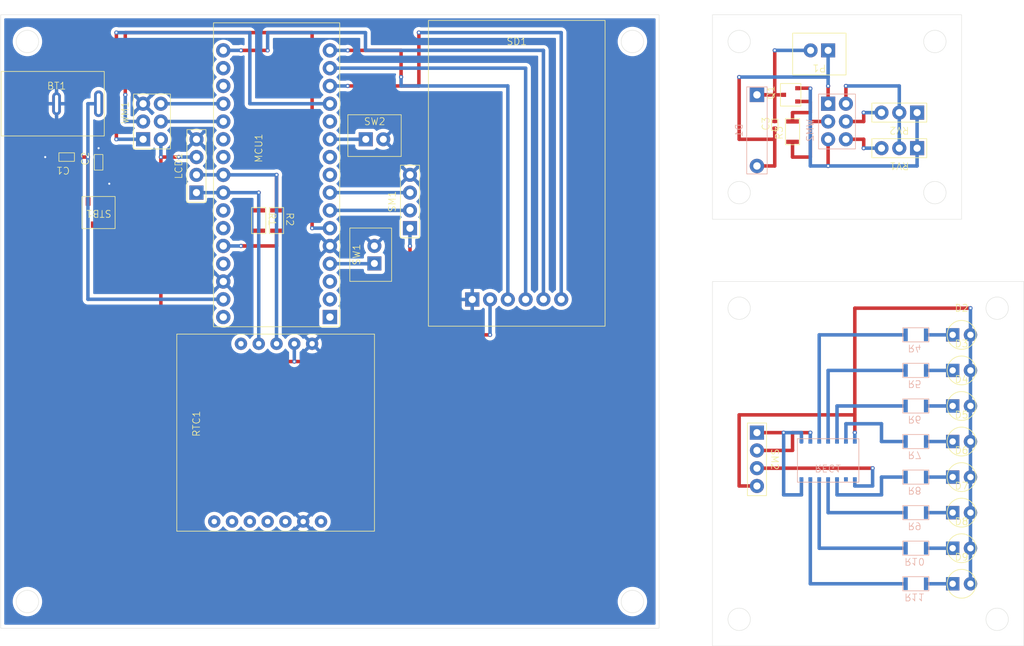
<source format=kicad_pcb>
(kicad_pcb (version 20241229) (generator "pcbnew") (generator_version "9.0")
  (layers (0 "F.Cu" signal) (2 "B.Cu" signal) (13 "F.Paste" user) (15 "B.Paste" user) (5 "F.SilkS" user "F.Silkscreen") (7 "B.SilkS" user "B.Silkscreen") (1 "F.Mask" user) (3 "B.Mask" user) (25 "Edge.Cuts" user))
  (net 0 "")
  (net 1 "GND")
  (net 2 "Net-(BT1-+)")
  (net 3 "Vs5v")
  (net 4 "Net-(C3-VCC)")
  (net 5 "Net-(D1-A)")
  (net 6 "Net-(D2-PadVin)")
  (net 7 "Net-(D3-PadVin)")
  (net 8 "Net-(D4-PadVin)")
  (net 9 "Net-(D5-PadVin)")
  (net 10 "Net-(D6-PadVin)")
  (net 11 "Net-(D7-PadVin)")
  (net 12 "Net-(D8-PadVin)")
  (net 13 "Net-(D9-PadVin)")
  (net 14 "/Motherboard/scl")
  (net 15 "/Motherboard/sda")
  (net 17 "Net-(MCU1D-PWD{slash}CS)")
  (net 19 "Net-(MCU1D-SCK)")
  (net 22 "Net-(MCU1-PadD2)")
  (net 23 "Net-(MCU1C-PWD)")
  (net 24 "Va5v")
  (net 28 "Net-(MCU1D-MISO)")
  (net 29 "Net-(MCU1D-PWD{slash}MOSI)")
  (net 30 "Net-(MCU1B-PWD)")
  (net 32 "Net-(MCU1-PadA1)")
  (net 37 "Net-(MCU1-PadA0)")
  (net 39 "Net-(Q1-PadB)")
  (net 40 "GND1")
  (net 41 "Net-(R3-Pad1)")
  (net 42 "Net-(R4-Pad1)")
  (net 43 "Net-(R5-Pad1)")
  (net 44 "Net-(R6-Pad1)")
  (net 45 "Net-(R7-Pad1)")
  (net 46 "Net-(R8-Pad1)")
  (net 47 "Net-(R9-Pad1)")
  (net 48 "Net-(R10-Pad1)")
  (net 49 "Net-(R11-Pad1)")
  (net 53 "Net-(RV1-PadA)")
  (net 54 "Net-(RV1-VCC)")
  (net 55 "Net-(RV2-PadA)")
  (net 56 "Net-(SW2-2)")
  (net 57 "Net-(SW1-2)")
  (net 58 "Net-(SM2-SER)")
  (net 59 "Net-(SM2-GND)")
  (net 60 "Net-(SM1-CLK)")
  (net 61 "Net-(SM2-Vin)")
  (net 62 "Net-(SM2-CLK)")
  (footprint "AutoWater:PLS-2x3" (layer "F.Cu") (at 45.7 43.18 90)
    (property "Reference" "WM1" (at 3.81 -2.54 90) (layer "F.SilkS") (effects (font (thickness 0.1))))
    (property "Value" "~")
    (fp_rect (start -1.38 -1.34) (end 6.46 3.92) (stroke (width 0.1)) (fill no) (layer "F.SilkS"))
    (pad "GND" thru_hole circle (at 5.08 0.02 90) (size 2.02 2.02) (drill 1.02) (layers "*.Cu" "*.Mask") (net 1 "GND"))
    (pad "P" thru_hole circle (at 2.54 0.02 90) (size 2.02 2.02) (drill 1.02) (layers "*.Cu" "*.Mask") (net 22 "Net-(MCU1-PadD2)"))
    (pad "S0" thru_hole circle (at 5.08 2.56 90) (size 2.02 2.02) (drill 1.02) (layers "*.Cu" "*.Mask") (net 37 "Net-(MCU1-PadA0)"))
    (pad "S1" thru_hole circle (at 2.54 2.56 90) (size 2.02 2.02) (drill 1.02) (layers "*.Cu" "*.Mask") (net 32 "Net-(MCU1-PadA1)"))
    (pad "Vp" thru_hole rect (at 0 0.02 90) (size 2.02 2.02) (drill 1.02) (layers "*.Cu" "*.Mask") (net 30 "Net-(MCU1B-PWD)"))
    (pad "Vs" thru_hole circle (at 0 2.56 90) (size 2.02 2.02) (drill 1.02) (layers "*.Cu" "*.Mask") (net 3 "Vs5v"))
  )
  (footprint "AutoWater:MicroSD module" (layer "F.Cu") (at 92.71 66.04)
    (property "Reference" "SD1" (at 6.35 -36.83 0) (layer "F.SilkS") (effects (font (thickness 0.1))))
    (property "Value" "~")
    (fp_rect (start -6.26 -39.84) (end 18.96 3.84) (stroke (width 0.1)) (fill no) (layer "F.SilkS"))
    (pad "CS" thru_hole circle (at 12.7 0) (size 2.02 2.02) (drill 1.02) (layers "*.Cu" "*.Mask") (net 17 "Net-(MCU1D-PWD{slash}CS)"))
    (pad "GND" thru_hole rect (at 0 0.02) (size 2.02 2.02) (drill 1.02) (layers "*.Cu" "*.Mask") (net 1 "GND"))
    (pad "MISO" thru_hole circle (at 5.08 0.02) (size 2.02 2.02) (drill 1.02) (layers "*.Cu" "*.Mask") (net 28 "Net-(MCU1D-MISO)"))
    (pad "MOSI" thru_hole circle (at 7.62 0.02) (size 2.02 2.02) (drill 1.02) (layers "*.Cu" "*.Mask") (net 29 "Net-(MCU1D-PWD{slash}MOSI)"))
    (pad "SCK" thru_hole circle (at 10.16 0) (size 2.02 2.02) (drill 1.02) (layers "*.Cu" "*.Mask") (net 19 "Net-(MCU1D-SCK)"))
    (pad "Vin" thru_hole circle (at 2.54 0.02) (size 2.02 2.02) (drill 1.02) (layers "*.Cu" "*.Mask") (net 3 "Vs5v"))
  )
  (footprint "AutoWater:PLS-3" (layer "F.Cu") (at 156.21 39.37 180)
    (property "Reference" "RV2" (at 2.54 -2.54 180) (layer "F.SilkS") (effects (font (thickness 0.1))))
    (property "Value" "~")
    (fp_rect (start -1.38 -1.36) (end 6.46 1.36) (stroke (width 0.1)) (fill no) (layer "F.SilkS"))
    (pad "A" thru_hole circle (at 5.08 0 180) (size 2.02 2.02) (drill 1.02) (layers "*.Cu" "*.Mask") (net 55 "Net-(RV2-PadA)"))
    (pad "GND" thru_hole rect (at 0 0 180) (size 2.02 2.02) (drill 1.02) (layers "*.Cu" "*.Mask") (net 40 "GND1"))
    (pad "Vin" thru_hole circle (at 2.54 0 180) (size 2.02 2.02) (drill 1.02) (layers "*.Cu" "*.Mask") (net 54 "Net-(RV1-VCC)"))
  )
  (footprint "AutoWater:Resistor Yageo SMD 1206" (layer "F.Cu") (at 64.77 53.34 -90)
    (property "Reference" "R2" (at 1.27 -1.905 270) (layer "F.SilkS") (effects (font (thickness 0.1))))
    (property "Value" "2.2K")
    (fp_rect (start -0.41 -1.01) (end 3.31 1.01) (stroke (width 0.1)) (fill no) (layer "F.SilkS"))
    (pad "1" smd rect (at 0 0 270) (size 0.6 1.8) (layers "F.Cu" "F.Mask" "F.Paste") (net 15 "/Motherboard/sda"))
    (pad "2" smd rect (at 2.9 0 270) (size 0.6 1.8) (layers "F.Cu" "F.Mask" "F.Paste") (net 24 "Va5v"))
  )
  (footprint "AutoWater:LED 3mm" (layer "F.Cu") (at 161.29 91.44)
    (property "Reference" "D6" (at 1.27 -3.81 0) (layer "F.SilkS") (effects (font (thickness 0.1))))
    (property "Value" "yellow")
    (fp_circle (center 1.27 0) (end 3.33 0) (stroke (width 0.1)) (fill no) (layer "F.SilkS"))
    (pad "GND" thru_hole circle (at 2.54 0) (size 1.91 1.91) (drill 0.91) (layers "*.Cu" "*.Mask") (net 59 "Net-(SM2-GND)"))
    (pad "Vin" thru_hole rect (at 0 0) (size 1.91 1.91) (drill 0.91) (layers "*.Cu" "*.Mask") (net 10 "Net-(D6-PadVin)"))
  )
  (footprint "AutoWater:PLS-4" (layer "F.Cu") (at 133.35 85.09 -90)
    (property "Reference" "SM2" (at 3.81 -2.54 270) (layer "F.SilkS") (effects (font (thickness 0.1))))
    (property "Value" "~")
    (fp_rect (start -1.38 -1.36) (end 9 1.36) (stroke (width 0.1)) (fill no) (layer "F.SilkS"))
    (pad "1" thru_hole rect (at 0 0 270) (size 2.02 2.02) (drill 1.02) (layers "*.Cu" "*.Mask") (net 61 "Net-(SM2-Vin)"))
    (pad "2" thru_hole circle (at 2.54 0 270) (size 2.02 2.02) (drill 1.02) (layers "*.Cu" "*.Mask") (net 58 "Net-(SM2-SER)"))
    (pad "3" thru_hole circle (at 5.08 0 270) (size 2.02 2.02) (drill 1.02) (layers "*.Cu" "*.Mask") (net 62 "Net-(SM2-CLK)"))
    (pad "4" thru_hole circle (at 7.62 0 270) (size 2.02 2.02) (drill 1.02) (layers "*.Cu" "*.Mask") (net 59 "Net-(SM2-GND)"))
  )
  (footprint "AutoWater:LED 3mm" (layer "F.Cu") (at 161.29 81.28)
    (property "Reference" "D4" (at 1.27 -3.81 0) (layer "F.SilkS") (effects (font (thickness 0.1))))
    (property "Value" "red")
    (fp_circle (center 1.27 0) (end 3.33 0) (stroke (width 0.1)) (fill no) (layer "F.SilkS"))
    (pad "GND" thru_hole circle (at 2.54 0) (size 1.91 1.91) (drill 0.91) (layers "*.Cu" "*.Mask") (net 59 "Net-(SM2-GND)"))
    (pad "Vin" thru_hole rect (at 0 0) (size 1.91 1.91) (drill 0.91) (layers "*.Cu" "*.Mask") (net 8 "Net-(D4-PadVin)"))
  )
  (footprint "AutoWater:NPN transistor BC817-25" (layer "F.Cu") (at 139.16 37.78 90)
    (property "Reference" "Q1" (at 1.27 -3.81 90) (layer "F.SilkS") (effects (font (thickness 0.1))))
    (property "Value" "BC817-25")
    (fp_rect (start -0.66 -2.46) (end 2.56 0.46) (stroke (width 0.1)) (fill no) (layer "F.SilkS"))
    (pad "B" smd rect (at 0 0 90) (size 0.6 0.7) (layers "F.Cu" "F.Mask" "F.Paste") (net 39 "Net-(Q1-PadB)"))
    (pad "C" smd rect (at 0.95 -2 90) (size 0.6 0.7) (layers "F.Cu" "F.Mask" "F.Paste") (net 5 "Net-(D1-A)"))
    (pad "E" smd rect (at 1.9 0 90) (size 0.6 0.7) (layers "F.Cu" "F.Mask" "F.Paste") (net 40 "GND1"))
  )
  (footprint "AutoWater:Connector B2B-XH-A" (layer "F.Cu") (at 143.51 30.48 180)
    (property "Reference" "P1" (at 1.27 -2.54 180) (layer "F.SilkS") (effects (font (thickness 0.1))))
    (property "Value" "Pump")
    (fp_rect (start -2.56 2.46) (end 5.06 -3.51) (stroke (width 0.1)) (fill no) (layer "F.SilkS"))
    (pad "GND" thru_hole circle (at 2.5 0 180) (size 2 2) (drill 1) (layers "*.Cu" "*.Mask") (net 5 "Net-(D1-A)"))
    (pad "Vin" thru_hole rect (at 0 0 180) (size 2 2) (drill 1) (layers "*.Cu" "*.Mask") (net 4 "Net-(C3-VCC)"))
  )
  (footprint "AutoWater:LED 3mm" (layer "F.Cu") (at 161.29 96.52)
    (property "Reference" "D7" (at 1.27 -3.81 0) (layer "F.SilkS") (effects (font (thickness 0.1))))
    (property "Value" "red")
    (fp_circle (center 1.27 0) (end 3.33 0) (stroke (width 0.1)) (fill no) (layer "F.SilkS"))
    (pad "GND" thru_hole circle (at 2.54 0) (size 1.91 1.91) (drill 0.91) (layers "*.Cu" "*.Mask") (net 59 "Net-(SM2-GND)"))
    (pad "Vin" thru_hole rect (at 0 0) (size 1.91 1.91) (drill 0.91) (layers "*.Cu" "*.Mask") (net 11 "Net-(D7-PadVin)"))
  )
  (footprint "AutoWater:LED 3mm" (layer "F.Cu") (at 161.29 86.36)
    (property "Reference" "D5" (at 1.27 -3.81 0) (layer "F.SilkS") (effects (font (thickness 0.1))))
    (property "Value" "yellow")
    (fp_circle (center 1.27 0) (end 3.33 0) (stroke (width 0.1)) (fill no) (layer "F.SilkS"))
    (pad "GND" thru_hole circle (at 2.54 0) (size 1.91 1.91) (drill 0.91) (layers "*.Cu" "*.Mask") (net 59 "Net-(SM2-GND)"))
    (pad "Vin" thru_hole rect (at 0 0) (size 1.91 1.91) (drill 0.91) (layers "*.Cu" "*.Mask") (net 9 "Net-(D5-PadVin)"))
  )
  (footprint "AutoWater:PLS-4" (layer "F.Cu") (at 53.34 50.8 90)
    (property "Reference" "LCD1" (at 3.81 -2.54 90) (layer "F.SilkS") (effects (font (thickness 0.1))))
    (property "Value" "LCD I2C module")
    (fp_rect (start -1.38 -1.36) (end 9 1.36) (stroke (width 0.1)) (fill no) (layer "F.SilkS"))
    (pad "1" thru_hole rect (at 0 0 90) (size 2.02 2.02) (drill 1.02) (layers "*.Cu" "*.Mask") (net 14 "/Motherboard/scl"))
    (pad "2" thru_hole circle (at 2.54 0 90) (size 2.02 2.02) (drill 1.02) (layers "*.Cu" "*.Mask") (net 15 "/Motherboard/sda"))
    (pad "3" thru_hole circle (at 5.08 0 90) (size 2.02 2.02) (drill 1.02) (layers "*.Cu" "*.Mask") (net 3 "Vs5v"))
    (pad "4" thru_hole circle (at 7.62 0 90) (size 2.02 2.02) (drill 1.02) (layers "*.Cu" "*.Mask") (net 1 "GND"))
  )
  (footprint "AutoWater:Connector B2B-XH-A" (layer "F.Cu") (at 77.51 43.18)
    (property "Reference" "SW2" (at 1.27 -2.54 0) (layer "F.SilkS") (effects (font (thickness 0.1))))
    (property "Value" "Button")
    (fp_rect (start -2.56 2.46) (end 5.06 -3.51) (stroke (width 0.1)) (fill no) (layer "F.SilkS"))
    (pad "GND" thru_hole circle (at 2.5 0) (size 2 2) (drill 1) (layers "*.Cu" "*.Mask") (net 1 "GND"))
    (pad "Vin" thru_hole rect (at 0 0) (size 2 2) (drill 1) (layers "*.Cu" "*.Mask") (net 56 "Net-(SW2-2)"))
  )
  (footprint "AutoWater:Capacitor Murata SMD 0603" (layer "F.Cu") (at 35.56 45.72 180)
    (property "Reference" "C1" (at 1.27 -1.905 180) (layer "F.SilkS") (effects (font (thickness 0.1))))
    (property "Value" "10 mkF")
    (fp_rect (start -0.36 -0.61) (end 1.86 0.61) (stroke (width 0.1)) (fill no) (layer "F.SilkS"))
    (pad "GND" smd rect (at 1.5 0 180) (size 0.5 1) (layers "F.Cu" "F.Mask" "F.Paste") (net 1 "GND"))
    (pad "Vin" smd roundrect (at 0 0 180) (size 0.5 1) (layers "F.Cu" "F.Mask" "F.Paste") (roundrect_rratio 0) (chamfer_ratio 0.2) (chamfer top_right bottom_right) (net 2 "Net-(BT1-+)"))
  )
  (footprint "AutoWater:Stabilizer 5V AMS1117-5.0S SMD" (layer "F.Cu") (at 40.87 52.07 180)
    (property "Reference" "STB1" (at 1.5 -1.725 180) (layer "F.SilkS") (effects (font (thickness 0.1))))
    (property "Value" "5V")
    (fp_rect (start -0.86 -3.865) (end 3.86 0.71) (stroke (width 0.1)) (fill no) (layer "F.SilkS"))
    (pad "GND" smd rect (at 0 0 180) (size 0.68 1.2) (layers "F.Cu" "F.Mask" "F.Paste") (net 1 "GND"))
    (pad "Temp" smd rect (at 1.5 -3.3025 180) (size 2.2 0.905) (layers "F.Cu" "F.Mask" "F.Paste"))
    (pad "Vin" smd rect (at 3 0 180) (size 0.68 1.2) (layers "F.Cu" "F.Mask" "F.Paste") (net 2 "Net-(BT1-+)"))
    (pad "Vout" smd rect (at 1.5 0 180) (size 0.68 1.2) (layers "F.Cu" "F.Mask" "F.Paste") (net 3 "Vs5v"))
  )
  (footprint "AutoWater:Capacitor Murata SMD 0402" (layer "F.Cu") (at 135.89 41.59 90)
    (property "Reference" "C3" (at 0.635 -1.27 90) (layer "F.SilkS") (effects (font (thickness 0.1))))
    (property "Value" "0.1 mkF")
    (fp_rect (start -0.335 -0.46) (end 1.285 0.46) (stroke (width 0.1)) (fill no) (layer "F.SilkS"))
    (pad "GND" smd rect (at 0.95 0 90) (size 0.45 0.7) (layers "F.Cu" "F.Mask" "F.Paste") (net 5 "Net-(D1-A)"))
    (pad "Vin" smd roundrect (at 0 0 90) (size 0.45 0.7) (layers "F.Cu" "F.Mask" "F.Paste") (roundrect_rratio 0) (chamfer_ratio 0.2) (chamfer top_right bottom_right) (net 4 "Net-(C3-VCC)"))
  )
  (footprint "AutoWater:Connector 5.5x2.1 DS-201" (layer "F.Cu") (at 33.37 38.1)
    (property "Reference" "BT1" (at 0 -2.54 0) (layer "F.SilkS") (effects (font (thickness 0.1))))
    (property "Value" "6-12V")
    (fp_rect (start -7.91 -4.61) (end 6.81 4.61) (stroke (width 0.1)) (fill no) (layer "F.SilkS"))
    (pad "GND" thru_hole oval (at 0 0) (size 1.25 3.3) (drill oval 0.45 2.5) (layers "*.Cu" "*.Mask") (net 1 "GND"))
    (pad "Vout" thru_hole oval (at 6 0) (size 1.3 3.8) (drill oval 0.5 3) (layers "*.Cu" "*.Mask") (net 2 "Net-(BT1-+)"))
  )
  (footprint "AutoWater:PLS-3" (layer "F.Cu") (at 156.21 44.45 180)
    (property "Reference" "RV1" (at 2.54 -2.54 180) (layer "F.SilkS") (effects (font (thickness 0.1))))
    (property "Value" "~")
    (fp_rect (start -1.38 -1.36) (end 6.46 1.36) (stroke (width 0.1)) (fill no) (layer "F.SilkS"))
    (pad "A" thru_hole circle (at 5.08 0 180) (size 2.02 2.02) (drill 1.02) (layers "*.Cu" "*.Mask") (net 53 "Net-(RV1-PadA)"))
    (pad "GND" thru_hole rect (at 0 0 180) (size 2.02 2.02) (drill 1.02) (layers "*.Cu" "*.Mask") (net 40 "GND1"))
    (pad "Vin" thru_hole circle (at 2.54 0 180) (size 2.02 2.02) (drill 1.02) (layers "*.Cu" "*.Mask") (net 54 "Net-(RV1-VCC)"))
  )
  (footprint "AutoWater:LED 3mm" (layer "F.Cu") (at 161.29 76.2)
    (property "Reference" "D3" (at 1.27 -3.81 0) (layer "F.SilkS") (effects (font (thickness 0.1))))
    (property "Value" "red")
    (fp_circle (center 1.27 0) (end 3.33 0) (stroke (width 0.1)) (fill no) (layer "F.SilkS"))
    (pad "GND" thru_hole circle (at 2.54 0) (size 1.91 1.91) (drill 0.91) (layers "*.Cu" "*.Mask") (net 59 "Net-(SM2-GND)"))
    (pad "Vin" thru_hole rect (at 0 0) (size 1.91 1.91) (drill 0.91) (layers "*.Cu" "*.Mask") (net 7 "Net-(D3-PadVin)"))
  )
  (footprint "AutoWater:LED 3mm" (layer "F.Cu") (at 161.29 101.6)
    (property "Reference" "D8" (at 1.27 -3.81 0) (layer "F.SilkS") (effects (font (thickness 0.1))))
    (property "Value" "yellow")
    (fp_circle (center 1.27 0) (end 3.33 0) (stroke (width 0.1)) (fill no) (layer "F.SilkS"))
    (pad "GND" thru_hole circle (at 2.54 0) (size 1.91 1.91) (drill 0.91) (layers "*.Cu" "*.Mask") (net 59 "Net-(SM2-GND)"))
    (pad "Vin" thru_hole rect (at 0 0) (size 1.91 1.91) (drill 0.91) (layers "*.Cu" "*.Mask") (net 12 "Net-(D8-PadVin)"))
  )
  (footprint "AutoWater:Resistor Yageo SMD 1206" (layer "F.Cu") (at 62.23 53.34 -90)
    (property "Reference" "R1" (at 1.27 -1.905 270) (layer "F.SilkS") (effects (font (thickness 0.1))))
    (property "Value" "2.2K")
    (fp_rect (start -0.41 -1.01) (end 3.31 1.01) (stroke (width 0.1)) (fill no) (layer "F.SilkS"))
    (pad "1" smd rect (at 0 0 270) (size 0.6 1.8) (layers "F.Cu" "F.Mask" "F.Paste") (net 14 "/Motherboard/scl"))
    (pad "2" smd rect (at 2.9 0 270) (size 0.6 1.8) (layers "F.Cu" "F.Mask" "F.Paste") (net 24 "Va5v"))
  )
  (footprint "AutoWater:LED 3mm" (layer "F.Cu") (at 161.29 106.68)
    (property "Reference" "D9" (at 1.27 -3.81 0) (layer "F.SilkS") (effects (font (thickness 0.1))))
    (property "Value" "orange")
    (fp_circle (center 1.27 0) (end 3.33 0) (stroke (width 0.1)) (fill no) (layer "F.SilkS"))
    (pad "GND" thru_hole circle (at 2.54 0) (size 1.91 1.91) (drill 0.91) (layers "*.Cu" "*.Mask") (net 59 "Net-(SM2-GND)"))
    (pad "Vin" thru_hole rect (at 0 0) (size 1.91 1.91) (drill 0.91) (layers "*.Cu" "*.Mask") (net 13 "Net-(D9-PadVin)"))
  )
  (footprint "AutoWater:PLS-4" (layer "F.Cu") (at 83.82 55.88 90)
    (property "Reference" "SM1" (at 3.81 -2.54 90) (layer "F.SilkS") (effects (font (thickness 0.1))))
    (property "Value" "~")
    (fp_rect (start -1.38 -1.36) (end 9 1.36) (stroke (width 0.1)) (fill no) (layer "F.SilkS"))
    (pad "1" thru_hole rect (at 0 0 90) (size 2.02 2.02) (drill 1.02) (layers "*.Cu" "*.Mask") (net 3 "Vs5v"))
    (pad "2" thru_hole circle (at 2.54 0 90) (size 2.02 2.02) (drill 1.02) (layers "*.Cu" "*.Mask") (net 23 "Net-(MCU1C-PWD)"))
    (pad "3" thru_hole circle (at 5.08 0 90) (size 2.02 2.02) (drill 1.02) (layers "*.Cu" "*.Mask") (net 60 "Net-(SM1-CLK)"))
    (pad "4" thru_hole circle (at 7.62 0 90) (size 2.02 2.02) (drill 1.02) (layers "*.Cu" "*.Mask") (net 1 "GND"))
  )
  (footprint "AutoWater:RTC DS1307 module" (layer "F.Cu") (at 55.88 97.79 90)
    (property "Reference" "RTC1" (at 13.97 -2.54 90) (layer "F.SilkS") (effects (font (thickness 0.1))))
    (property "Value" "~")
    (fp_rect (start -1.38 -5.35) (end 26.78 22.87) (stroke (width 0.1)) (fill no) (layer "F.SilkS"))
    (pad "DS" thru_hole circle (at 0 2.54 90) (size 1.77 1.77) (drill 0.77) (layers "*.Cu" "*.Mask"))
    (pad "DS" thru_hole circle (at 25.4 3.81 90) (size 1.77 1.77) (drill 0.77) (layers "*.Cu" "*.Mask"))
    (pad "GND" thru_hole circle (at 0 12.7 90) (size 1.77 1.77) (drill 0.77) (layers "*.Cu" "*.Mask") (net 1 "GND"))
    (pad "GND" thru_hole circle (at 25.4 13.97 90) (size 1.77 1.77) (drill 0.77) (layers "*.Cu" "*.Mask") (net 1 "GND"))
    (pad "SCL" thru_hole circle (at 0 5.08 90) (size 1.77 1.77) (drill 0.77) (layers "*.Cu" "*.Mask") (net 14 "/Motherboard/scl"))
    (pad "SCL" thru_hole circle (at 25.4 6.35 90) (size 1.77 1.77) (drill 0.77) (layers "*.Cu" "*.Mask") (net 14 "/Motherboard/scl"))
    (pad "SDA" thru_hole circle (at 0 7.62 90) (size 1.77 1.77) (drill 0.77) (layers "*.Cu" "*.Mask") (net 15 "/Motherboard/sda"))
    (pad "SDA" thru_hole circle (at 25.4 8.89 90) (size 1.77 1.77) (drill 0.77) (layers "*.Cu" "*.Mask") (net 15 "/Motherboard/sda"))
    (pad "SQW/OUT" thru_hole circle (at 0 0 90) (size 1.77 1.77) (drill 0.77) (layers "*.Cu" "*.Mask"))
    (pad "Vbat" thru_hole circle (at 0 15.24 90) (size 1.77 1.77) (drill 0.77) (layers "*.Cu" "*.Mask"))
    (pad "Vin" thru_hole circle (at 0 10.16 90) (size 1.77 1.77) (drill 0.77) (layers "*.Cu" "*.Mask") (net 3 "Vs5v"))
    (pad "Vin" thru_hole circle (at 25.4 11.43 90) (size 1.77 1.77) (drill 0.77) (layers "*.Cu" "*.Mask") (net 3 "Vs5v"))
  )
  (footprint "AutoWater:Resistor Yageo SMD 1206" (layer "F.Cu") (at 138.43 43.54 90)
    (property "Reference" "R3" (at 1.27 -1.905 90) (layer "F.SilkS") (effects (font (thickness 0.1))))
    (property "Value" "2.2K")
    (fp_rect (start -0.41 -1.01) (end 3.31 1.01) (stroke (width 0.1)) (fill no) (layer "F.SilkS"))
    (pad "1" smd rect (at 0 0 90) (size 0.6 1.8) (layers "F.Cu" "F.Mask" "F.Paste") (net 41 "Net-(R3-Pad1)"))
    (pad "2" smd rect (at 2.9 0 90) (size 0.6 1.8) (layers "F.Cu" "F.Mask" "F.Paste") (net 39 "Net-(Q1-PadB)"))
  )
  (footprint "AutoWater:LED 3mm" (layer "F.Cu") (at 161.29 71.12)
    (property "Reference" "D2" (at 1.27 -3.81 0) (layer "F.SilkS") (effects (font (thickness 0.1))))
    (property "Value" "green")
    (fp_circle (center 1.27 0) (end 3.33 0) (stroke (width 0.1)) (fill no) (layer "F.SilkS"))
    (pad "GND" thru_hole circle (at 2.54 0) (size 1.91 1.91) (drill 0.91) (layers "*.Cu" "*.Mask") (net 59 "Net-(SM2-GND)"))
    (pad "Vin" thru_hole rect (at 0 0) (size 1.91 1.91) (drill 0.91) (layers "*.Cu" "*.Mask") (net 6 "Net-(D2-PadVin)"))
  )
  (footprint "AutoWater:Capacitor Murata SMD 0603" (layer "F.Cu") (at 39.37 47.22 90)
    (property "Reference" "C2" (at 1.27 -1.905 90) (layer "F.SilkS") (effects (font (thickness 0.1))))
    (property "Value" "10 mkF")
    (fp_rect (start -0.36 -0.61) (end 1.86 0.61) (stroke (width 0.1)) (fill no) (layer "F.SilkS"))
    (pad "GND" smd rect (at 1.5 0 90) (size 0.5 1) (layers "F.Cu" "F.Mask" "F.Paste") (net 1 "GND"))
    (pad "Vin" smd roundrect (at 0 0 90) (size 0.5 1) (layers "F.Cu" "F.Mask" "F.Paste") (roundrect_rratio 0) (chamfer_ratio 0.2) (chamfer top_right bottom_right) (net 3 "Vs5v"))
  )
  (footprint "AutoWater:Connector B2B-XH-A" (layer "F.Cu") (at 78.74 60.92 90)
    (property "Reference" "SW1" (at 1.27 -2.54 90) (layer "F.SilkS") (effects (font (thickness 0.1))))
    (property "Value" "Button")
    (fp_rect (start -2.56 2.46) (end 5.06 -3.51) (stroke (width 0.1)) (fill no) (layer "F.SilkS"))
    (pad "GND" thru_hole circle (at 2.5 0 90) (size 2 2) (drill 1) (layers "*.Cu" "*.Mask") (net 1 "GND"))
    (pad "Vin" thru_hole rect (at 0 0 90) (size 2 2) (drill 1) (layers "*.Cu" "*.Mask") (net 57 "Net-(SW1-2)"))
  )
  (footprint "AutoWater:Arduino Nano V3 Type C PBS" (layer "F.Cu") (at 72.39 68.58 90)
    (property "Reference" "MCU1" (at 24.13 -10.16 90) (layer "F.SilkS") (effects (font (thickness 0.1))))
    (property "Value" "Arduino Nano")
    (fp_rect (start -1.38 1.4) (end 42.04 -16.62) (stroke (width 0.1)) (fill no) (layer "F.SilkS"))
    (pad "A0" thru_hole circle (at 30.48 -15.22 90) (size 2.05 2.05) (drill 1.05) (layers "*.Cu" "*.Mask") (net 37 "Net-(MCU1-PadA0)"))
    (pad "A1" thru_hole circle (at 27.94 -15.22 90) (size 2.05 2.05) (drill 1.05) (layers "*.Cu" "*.Mask") (net 32 "Net-(MCU1-PadA1)"))
    (pad "A2" thru_hole circle (at 25.4 -15.22 90) (size 2.05 2.05) (drill 1.05) (layers "*.Cu" "*.Mask"))
    (pad "A3" thru_hole circle (at 22.86 -15.22 90) (size 2.05 2.05) (drill 1.05) (layers "*.Cu" "*.Mask"))
    (pad "A4" thru_hole circle (at 20.32 -15.22 90) (size 2.05 2.05) (drill 1.05) (layers "*.Cu" "*.Mask") (net 15 "/Motherboard/sda"))
    (pad "A5" thru_hole circle (at 17.78 -15.22 90) (size 2.05 2.05) (drill 1.05) (layers "*.Cu" "*.Mask") (net 14 "/Motherboard/scl"))
    (pad "A6" thru_hole circle (at 15.24 -15.22 90) (size 2.05 2.05) (drill 1.05) (layers "*.Cu" "*.Mask"))
    (pad "A7" thru_hole circle (at 12.7 -15.22 90) (size 2.05 2.05) (drill 1.05) (layers "*.Cu" "*.Mask"))
    (pad "AREF" thru_hole circle (at 33.02 -15.22 90) (size 2.05 2.05) (drill 1.05) (layers "*.Cu" "*.Mask"))
    (pad "D0" thru_hole circle (at 5.08 0 90) (size 2.05 2.05) (drill 1.05) (layers "*.Cu" "*.Mask"))
    (pad "D1" thru_hole circle (at 2.54 0 90) (size 2.05 2.05) (drill 1.05) (layers "*.Cu" "*.Mask"))
    (pad "D2" thru_hole circle (at 12.7 0 90) (size 2.05 2.05) (drill 1.05) (layers "*.Cu" "*.Mask") (net 22 "Net-(MCU1-PadD2)"))
    (pad "D3" thru_hole circle (at 15.24 0 90) (size 2.05 2.05) (drill 1.05) (layers "*.Cu" "*.Mask") (net 23 "Net-(MCU1C-PWD)"))
    (pad "D4" thru_hole circle (at 17.78 0 90) (size 2.05 2.05) (drill 1.05) (layers "*.Cu" "*.Mask") (net 60 "Net-(SM1-CLK)"))
    (pad "D5" thru_hole circle (at 20.32 0 90) (size 2.05 2.05) (drill 1.05) (layers "*.Cu" "*.Mask"))
    (pad "D6" thru_hole circle (at 22.86 0 90) (size 2.05 2.05) (drill 1.05) (layers "*.Cu" "*.Mask"))
    (pad "D7" thru_hole circle (at 25.4 0 90) (size 2.05 2.05) (drill 1.05) (layers "*.Cu" "*.Mask") (net 56 "Net-(SW2-2)"))
    (pad "D8" thru_hole circle (at 27.94 0 90) (size 2.05 2.05) (drill 1.05) (layers "*.Cu" "*.Mask"))
    (pad "D9" thru_hole circle (at 30.48 0 90) (size 2.05 2.05) (drill 1.05) (layers "*.Cu" "*.Mask") (net 30 "Net-(MCU1B-PWD)"))
    (pad "D10" thru_hole circle (at 33.02 0 90) (size 2.05 2.05) (drill 1.05) (layers "*.Cu" "*.Mask") (net 17 "Net-(MCU1D-PWD{slash}CS)"))
    (pad "D11" thru_hole circle (at 35.56 0 90) (size 2.05 2.05) (drill 1.05) (layers "*.Cu" "*.Mask") (net 29 "Net-(MCU1D-PWD{slash}MOSI)"))
    (pad "D12" thru_hole circle (at 38.1 0 90) (size 2.05 2.05) (drill 1.05) (layers "*.Cu" "*.Mask") (net 28 "Net-(MCU1D-MISO)"))
    (pad "D13" thru_hole circle (at 38.1 -15.22 90) (size 2.05 2.05) (drill 1.05) (layers "*.Cu" "*.Mask") (net 19 "Net-(MCU1D-SCK)"))
    (pad "GND" thru_hole circle (at 5.08 -15.22 90) (size 2.05 2.05) (drill 1.05) (layers "*.Cu" "*.Mask") (net 1 "GND"))
    (pad "GND" thru_hole circle (at 10.16 0 90) (size 2.05 2.05) (drill 1.05) (layers "*.Cu" "*.Mask") (net 1 "GND"))
    (pad "PE0" thru_hole circle (at 0 -15.22 90) (size 2.05 2.05) (drill 1.05) (layers "*.Cu" "*.Mask"))
    (pad "PE1" thru_hole rect (at 0 0 90) (size 2.05 2.05) (drill 1.05) (layers "*.Cu" "*.Mask"))
    (pad "RST" thru_hole circle (at 7.62 -15.22 90) (size 2.05 2.05) (drill 1.05) (layers "*.Cu" "*.Mask") (net 57 "Net-(SW1-2)"))
    (pad "RST" thru_hole circle (at 7.62 0 90) (size 2.05 2.05) (drill 1.05) (layers "*.Cu" "*.Mask") (net 57 "Net-(SW1-2)"))
    (pad "Vin" thru_hole circle (at 2.54 -15.22 90) (size 2.05 2.05) (drill 1.05) (layers "*.Cu" "*.Mask") (net 2 "Net-(BT1-+)"))
    (pad "Vout3" thru_hole circle (at 35.56 -15.22 90) (size 2.05 2.05) (drill 1.05) (layers "*.Cu" "*.Mask"))
    (pad "Vout5" thru_hole circle (at 10.16 -15.22 90) (size 2.05 2.05) (drill 1.05) (layers "*.Cu" "*.Mask") (net 24 "Va5v"))
  )
  (footprint "AutoWater:PLS-2x3" (layer "B.Cu") (at 143.49 38.1 -90)
    (property "Reference" "WM2" (at 3.81 2.54 90) (layer "B.SilkS") (effects (font (thickness 0.1)) (justify mirror)))
    (property "Value" "~")
    (fp_rect (start -1.38 1.34) (end 6.46 -3.92) (stroke (width 0.1)) (fill no) (layer "B.SilkS"))
    (pad "GND" thru_hole circle (at 5.08 -0.02 270) (size 2.02 2.02) (drill 1.02) (layers "*.Cu" "*.Mask") (net 40 "GND1"))
    (pad "P" thru_hole circle (at 2.54 -0.02 270) (size 2.02 2.02) (drill 1.02) (layers "*.Cu" "*.Mask") (net 41 "Net-(R3-Pad1)"))
    (pad "S0" thru_hole circle (at 5.08 -2.56 270) (size 2.02 2.02) (drill 1.02) (layers "*.Cu" "*.Mask") (net 53 "Net-(RV1-PadA)"))
    (pad "S1" thru_hole circle (at 2.54 -2.56 270) (size 2.02 2.02) (drill 1.02) (layers "*.Cu" "*.Mask") (net 55 "Net-(RV2-PadA)"))
    (pad "Vp" thru_hole rect (at 0 -0.02 270) (size 2.02 2.02) (drill 1.02) (layers "*.Cu" "*.Mask") (net 4 "Net-(C3-VCC)"))
    (pad "Vs" thru_hole circle (at 0 -2.56 270) (size 2.02 2.02) (drill 1.02) (layers "*.Cu" "*.Mask") (net 54 "Net-(RV1-VCC)"))
  )
  (footprint "AutoWater:Resistor Yageo SMD 1206" (layer "B.Cu") (at 154.58 101.6)
    (property "Reference" "R10" (at 1.27 1.905 180) (layer "B.SilkS") (effects (font (thickness 0.1)) (justify mirror)))
    (property "Value" "150R")
    (fp_rect (start -0.41 1.01) (end 3.31 -1.01) (stroke (width 0.1)) (fill no) (layer "B.SilkS"))
    (pad "1" smd rect (at 0 0) (size 0.6 1.8) (layers "B.Cu" "B.Mask" "B.Paste") (net 48 "Net-(R10-Pad1)"))
    (pad "2" smd rect (at 2.9 0) (size 0.6 1.8) (layers "B.Cu" "B.Mask" "B.Paste") (net 12 "Net-(D8-PadVin)"))
  )
  (footprint "AutoWater:Resistor Yageo SMD 1206" (layer "B.Cu") (at 154.58 81.28)
    (property "Reference" "R6" (at 1.27 1.905 180) (layer "B.SilkS") (effects (font (thickness 0.1)) (justify mirror)))
    (property "Value" "150R")
    (fp_rect (start -0.41 1.01) (end 3.31 -1.01) (stroke (width 0.1)) (fill no) (layer "B.SilkS"))
    (pad "1" smd rect (at 0 0) (size 0.6 1.8) (layers "B.Cu" "B.Mask" "B.Paste") (net 44 "Net-(R6-Pad1)"))
    (pad "2" smd rect (at 2.9 0) (size 0.6 1.8) (layers "B.Cu" "B.Mask" "B.Paste") (net 8 "Net-(D4-PadVin)"))
  )
  (footprint "AutoWater:Resistor Yageo SMD 1206" (layer "B.Cu") (at 154.58 91.44)
    (property "Reference" "R8" (at 1.27 1.905 180) (layer "B.SilkS") (effects (font (thickness 0.1)) (justify mirror)))
    (property "Value" "150R")
    (fp_rect (start -0.41 1.01) (end 3.31 -1.01) (stroke (width 0.1)) (fill no) (layer "B.SilkS"))
    (pad "1" smd rect (at 0 0) (size 0.6 1.8) (layers "B.Cu" "B.Mask" "B.Paste") (net 46 "Net-(R8-Pad1)"))
    (pad "2" smd rect (at 2.9 0) (size 0.6 1.8) (layers "B.Cu" "B.Mask" "B.Paste") (net 10 "Net-(D6-PadVin)"))
  )
  (footprint "AutoWater:Resistor Yageo SMD 1206" (layer "B.Cu") (at 154.58 86.36)
    (property "Reference" "R7" (at 1.27 1.905 180) (layer "B.SilkS") (effects (font (thickness 0.1)) (justify mirror)))
    (property "Value" "150R")
    (fp_rect (start -0.41 1.01) (end 3.31 -1.01) (stroke (width 0.1)) (fill no) (layer "B.SilkS"))
    (pad "1" smd rect (at 0 0) (size 0.6 1.8) (layers "B.Cu" "B.Mask" "B.Paste") (net 45 "Net-(R7-Pad1)"))
    (pad "2" smd rect (at 2.9 0) (size 0.6 1.8) (layers "B.Cu" "B.Mask" "B.Paste") (net 9 "Net-(D5-PadVin)"))
  )
  (footprint "AutoWater:Resistor Yageo SMD 1206" (layer "B.Cu") (at 154.58 106.68)
    (property "Reference" "R11" (at 1.27 1.905 180) (layer "B.SilkS") (effects (font (thickness 0.1)) (justify mirror)))
    (property "Value" "150R")
    (fp_rect (start -0.41 1.01) (end 3.31 -1.01) (stroke (width 0.1)) (fill no) (layer "B.SilkS"))
    (pad "1" smd rect (at 0 0) (size 0.6 1.8) (layers "B.Cu" "B.Mask" "B.Paste") (net 49 "Net-(R11-Pad1)"))
    (pad "2" smd rect (at 2.9 0) (size 0.6 1.8) (layers "B.Cu" "B.Mask" "B.Paste") (net 13 "Net-(D9-PadVin)"))
  )
  (footprint "AutoWater:Resistor Yageo SMD 1206" (layer "B.Cu") (at 154.58 96.52)
    (property "Reference" "R9" (at 1.27 1.905 180) (layer "B.SilkS") (effects (font (thickness 0.1)) (justify mirror)))
    (property "Value" "150R")
    (fp_rect (start -0.41 1.01) (end 3.31 -1.01) (stroke (width 0.1)) (fill no) (layer "B.SilkS"))
    (pad "1" smd rect (at 0 0) (size 0.6 1.8) (layers "B.Cu" "B.Mask" "B.Paste") (net 47 "Net-(R9-Pad1)"))
    (pad "2" smd rect (at 2.9 0) (size 0.6 1.8) (layers "B.Cu" "B.Mask" "B.Paste") (net 11 "Net-(D7-PadVin)"))
  )
  (footprint "AutoWater:DIode 1N4001G THT min" (layer "B.Cu") (at 133.35 36.83 -90)
    (property "Reference" "D1" (at 5.08 2.54 90) (layer "B.SilkS") (effects (font (thickness 0.1)) (justify mirror)))
    (property "Value" "1N4001G")
    (fp_rect (start -1.14 1.46) (end 11.3 -1.46) (stroke (width 0.1)) (fill no) (layer "B.SilkS"))
    (pad "GND" thru_hole circle (at 10.16 0 270) (size 2.06 2.06) (drill 1.06) (layers "*.Cu" "*.Mask") (net 4 "Net-(C3-VCC)"))
    (pad "Vin" thru_hole rect (at 0 0 270) (size 2.06 2.06) (drill 1.06) (layers "*.Cu" "*.Mask") (net 5 "Net-(D1-A)"))
  )
  (footprint "AutoWater:Resistor Yageo SMD 1206" (layer "B.Cu") (at 154.58 71.12)
    (property "Reference" "R4" (at 1.27 1.905 180) (layer "B.SilkS") (effects (font (thickness 0.1)) (justify mirror)))
    (property "Value" "150R")
    (fp_rect (start -0.41 1.01) (end 3.31 -1.01) (stroke (width 0.1)) (fill no) (layer "B.SilkS"))
    (pad "1" smd rect (at 0 0) (size 0.6 1.8) (layers "B.Cu" "B.Mask" "B.Paste") (net 42 "Net-(R4-Pad1)"))
    (pad "2" smd rect (at 2.9 0) (size 0.6 1.8) (layers "B.Cu" "B.Mask" "B.Paste") (net 6 "Net-(D2-PadVin)"))
  )
  (footprint "AutoWater:Resistor Yageo SMD 1206" (layer "B.Cu") (at 154.58 76.2)
    (property "Reference" "R5" (at 1.27 1.905 180) (layer "B.SilkS") (effects (font (thickness 0.1)) (justify mirror)))
    (property "Value" "150R")
    (fp_rect (start -0.41 1.01) (end 3.31 -1.01) (stroke (width 0.1)) (fill no) (layer "B.SilkS"))
    (pad "1" smd rect (at 0 0) (size 0.6 1.8) (layers "B.Cu" "B.Mask" "B.Paste") (net 43 "Net-(R5-Pad1)"))
    (pad "2" smd rect (at 2.9 0) (size 0.6 1.8) (layers "B.Cu" "B.Mask" "B.Paste") (net 7 "Net-(D3-PadVin)"))
  )
  (footprint "AutoWater:Register 74HC164M SOP-14" (layer "B.Cu") (at 139.7 86.36)
    (property "Reference" "REG1" (at 3.81 3.81 180) (layer "B.SilkS") (effects (font (thickness 0.1)) (justify mirror)))
    (property "Value" "74HC164")
    (fp_rect (start -0.575 5.81) (end 8.195 -0.41) (stroke (width 0.1)) (fill no) (layer "B.SilkS"))
    (pad "CLK" smd rect (at 7.62 5.4) (size 0.55 0.6) (layers "B.Cu" "B.Mask" "B.Paste") (net 62 "Net-(SM2-CLK)"))
    (pad "DSA" smd roundrect (at 0 0) (size 0.55 0.6) (layers "B.Cu" "B.Mask" "B.Paste") (roundrect_rratio 0) (chamfer_ratio 0.2) (chamfer bottom_left bottom_right) (net 61 "Net-(SM2-Vin)"))
    (pad "DSB" smd rect (at 1.27 0) (size 0.55 0.6) (layers "B.Cu" "B.Mask" "B.Paste") (net 58 "Net-(SM2-SER)"))
    (pad "GND" smd rect (at 7.62 0) (size 0.55 0.6) (layers "B.Cu" "B.Mask" "B.Paste") (net 59 "Net-(SM2-GND)"))
    (pad "Q0" smd rect (at 1.27 5.4) (size 0.55 0.6) (layers "B.Cu" "B.Mask" "B.Paste") (net 49 "Net-(R11-Pad1)"))
    (pad "Q1" smd rect (at 2.54 5.4) (size 0.55 0.6) (layers "B.Cu" "B.Mask" "B.Paste") (net 48 "Net-(R10-Pad1)"))
    (pad "Q2" smd rect (at 3.81 5.4) (size 0.55 0.6) (layers "B.Cu" "B.Mask" "B.Paste") (net 47 "Net-(R9-Pad1)"))
    (pad "Q3" smd rect (at 5.08 5.4) (size 0.55 0.6) (layers "B.Cu" "B.Mask" "B.Paste") (net 46 "Net-(R8-Pad1)"))
    (pad "Q4" smd rect (at 6.35 0) (size 0.55 0.6) (layers "B.Cu" "B.Mask" "B.Paste") (net 45 "Net-(R7-Pad1)"))
    (pad "Q5" smd rect (at 5.08 0) (size 0.55 0.6) (layers "B.Cu" "B.Mask" "B.Paste") (net 44 "Net-(R6-Pad1)"))
    (pad "Q6" smd rect (at 3.81 0) (size 0.55 0.6) (layers "B.Cu" "B.Mask" "B.Paste") (net 43 "Net-(R5-Pad1)"))
    (pad "Q7" smd rect (at 2.54 0) (size 0.55 0.6) (layers "B.Cu" "B.Mask" "B.Paste") (net 42 "Net-(R4-Pad1)"))
    (pad "Rst" smd rect (at 6.35 5.4) (size 0.55 0.6) (layers "B.Cu" "B.Mask" "B.Paste") (net 61 "Net-(SM2-Vin)"))
    (pad "Vin" smd rect (at 0 5.4) (size 0.55 0.6) (layers "B.Cu" "B.Mask" "B.Paste") (net 61 "Net-(SM2-Vin)"))
  )
  (gr_circle (center 29.21 109.22) (end 30.81 109.22) (stroke (width 0.05)) (fill no) (layer "Edge.Cuts"))
  (gr_circle (center 167.64 111.76) (end 169.24 111.76) (stroke (width 0.05)) (fill no) (layer "Edge.Cuts"))
  (gr_rect (start 127 25.4) (end 162.56 54.61) (stroke (width 0.05)) (fill no) (layer "Edge.Cuts"))
  (gr_rect (start 127 63.5) (end 171.45 115.57) (stroke (width 0.05)) (fill no) (layer "Edge.Cuts"))
  (gr_circle (center 130.81 67.31) (end 132.41 67.31) (stroke (width 0.05)) (fill no) (layer "Edge.Cuts"))
  (gr_circle (center 115.57 29.21) (end 117.17 29.21) (stroke (width 0.05)) (fill no) (layer "Edge.Cuts"))
  (gr_circle (center 130.81 50.8) (end 132.41 50.8) (stroke (width 0.05)) (fill no) (layer "Edge.Cuts"))
  (gr_rect (start 25.4 25.4) (end 119.38 113.03) (stroke (width 0.05)) (fill no) (layer "Edge.Cuts"))
  (gr_circle (center 167.64 67.31) (end 169.24 67.31) (stroke (width 0.05)) (fill no) (layer "Edge.Cuts"))
  (gr_circle (center 158.75 29.21) (end 160.35 29.21) (stroke (width 0.05)) (fill no) (layer "Edge.Cuts"))
  (gr_circle (center 130.81 29.21) (end 132.41 29.21) (stroke (width 0.05)) (fill no) (layer "Edge.Cuts"))
  (gr_circle (center 29.21 29.21) (end 30.81 29.21) (stroke (width 0.05)) (fill no) (layer "Edge.Cuts"))
  (gr_circle (center 130.81 111.76) (end 132.41 111.76) (stroke (width 0.05)) (fill no) (layer "Edge.Cuts"))
  (gr_circle (center 158.75 50.8) (end 160.35 50.8) (stroke (width 0.05)) (fill no) (layer "Edge.Cuts"))
  (gr_circle (center 115.57 109.22) (end 117.17 109.22) (stroke (width 0.05)) (fill no) (layer "Edge.Cuts"))
  (segment (start 40.894 49.53) (end 40.894 52.046) (width 0.5) (layer "F.Cu") (net 1))
  (segment (start 31.75 45.72) (end 34.06 45.72) (width 0.5) (layer "F.Cu") (net 1))
  (segment (start 39.37 45.72) (end 39.37 44.45) (width 0.5) (layer "F.Cu") (net 1))
  (segment (start 40.894 52.046) (end 40.87 52.07) (width 0.5) (layer "F.Cu") (net 1))
  (via (at 40.894 49.53) (size 0.6) (drill 0.3) (layers "F.Cu" "B.Cu") (net 1))
  (via (at 39.37 44.45) (size 0.6) (drill 0.3) (layers "F.Cu" "B.Cu") (net 1))
  (via (at 31.75 45.72) (size 0.6) (drill 0.3) (layers "F.Cu" "B.Cu") (net 1))
  (segment (start 37.846 45.72) (end 35.56 45.72) (width 0.5) (layer "F.Cu") (net 2))
  (segment (start 37.846 52.046) (end 37.846 45.72) (width 0.5) (layer "F.Cu") (net 2))
  (segment (start 37.87 52.07) (end 37.846 52.046) (width 0.5) (layer "F.Cu") (net 2))
  (via (at 37.846 45.72) (size 0.6) (drill 0.3) (layers "F.Cu" "B.Cu") (net 2))
  (segment (start 57.15 66.04) (end 37.846 66.04) (width 0.5) (layer "B.Cu") (net 2))
  (segment (start 37.846 66.04) (end 37.846 45.72) (width 0.5) (layer "B.Cu") (net 2))
  (segment (start 37.846 45.72) (end 37.846 38.1) (width 0.5) (layer "B.Cu") (net 2))
  (segment (start 37.846 38.1) (end 39.37 38.1) (width 0.5) (layer "B.Cu") (net 2))
  (segment (start 83.82 71.12) (end 95.25 71.12) (width 0.5) (layer "F.Cu") (net 3))
  (segment (start 83.82 58.42) (end 83.82 71.12) (width 0.5) (layer "F.Cu") (net 3))
  (segment (start 39.37 48.26) (end 48.26 48.26) (width 0.5) (layer "F.Cu") (net 3))
  (segment (start 48.26 74.93) (end 67.31 74.93) (width 0.5) (layer "F.Cu") (net 3))
  (segment (start 48.26 48.26) (end 48.26 45.72) (width 0.5) (layer "F.Cu") (net 3))
  (segment (start 48.26 48.26) (end 48.26 74.93) (width 0.5) (layer "F.Cu") (net 3))
  (segment (start 67.31 74.93) (end 83.82 74.93) (width 0.5) (layer "F.Cu") (net 3))
  (segment (start 48.26 45.72) (end 50.8 45.72) (width 0.5) (layer "F.Cu") (net 3))
  (segment (start 83.82 74.93) (end 83.82 71.12) (width 0.5) (layer "F.Cu") (net 3))
  (segment (start 39.37 48.26) (end 39.37 47.22) (width 0.5) (layer "F.Cu") (net 3))
  (segment (start 39.37 52.07) (end 39.37 48.26) (width 0.5) (layer "F.Cu") (net 3))
  (via (at 83.82 58.42) (size 0.6) (drill 0.3) (layers "F.Cu" "B.Cu") (net 3))
  (via (at 67.31 74.93) (size 0.6) (drill 0.3) (layers "F.Cu" "B.Cu") (net 3))
  (via (at 48.26 45.72) (size 0.6) (drill 0.3) (layers "F.Cu" "B.Cu") (net 3))
  (via (at 50.8 45.72) (size 0.6) (drill 0.3) (layers "F.Cu" "B.Cu") (net 3))
  (via (at 95.25 71.12) (size 0.6) (drill 0.3) (layers "F.Cu" "B.Cu") (net 3))
  (segment (start 53.34 45.72) (end 50.8 45.72) (width 0.5) (layer "B.Cu") (net 3))
  (segment (start 48.26 45.72) (end 48.26 43.18) (width 0.5) (layer "B.Cu") (net 3))
  (segment (start 83.82 55.88) (end 83.82 58.42) (width 0.5) (layer "B.Cu") (net 3))
  (segment (start 95.25 66.06) (end 95.25 71.12) (width 0.5) (layer "B.Cu") (net 3))
  (segment (start 67.31 72.39) (end 67.31 74.93) (width 0.5) (layer "B.Cu") (net 3))
  (segment (start 135.89 46.99) (end 135.89 43.18) (width 0.5) (layer "F.Cu") (net 4))
  (segment (start 135.89 43.18) (end 135.89 41.59) (width 0.5) (layer "F.Cu") (net 4))
  (segment (start 133.35 46.99) (end 135.89 46.99) (width 0.5) (layer "F.Cu") (net 4))
  (segment (start 135.89 43.18) (end 130.81 43.18) (width 0.5) (layer "F.Cu") (net 4))
  (segment (start 143.51 38.1) (end 143.51 35.56) (width 0.5) (layer "F.Cu") (net 4))
  (segment (start 130.81 43.18) (end 130.81 34.29) (width 0.5) (layer "F.Cu") (net 4))
  (via (at 143.51 35.56) (size 0.6) (drill 0.3) (layers "F.Cu" "B.Cu") (net 4))
  (via (at 130.81 34.29) (size 0.6) (drill 0.3) (layers "F.Cu" "B.Cu") (net 4))
  (segment (start 130.81 34.29) (end 143.51 34.29) (width 0.5) (layer "B.Cu") (net 4))
  (segment (start 143.51 34.29) (end 143.51 30.48) (width 0.5) (layer "B.Cu") (net 4))
  (segment (start 143.51 35.56) (end 143.51 34.29) (width 0.5) (layer "B.Cu") (net 4))
  (segment (start 135.89 36.83) (end 135.89 40.64) (width 0.5) (layer "F.Cu") (net 5))
  (segment (start 133.35 36.83) (end 135.89 36.83) (width 0.5) (layer "F.Cu") (net 5))
  (segment (start 137.16 36.83) (end 133.35 36.83) (width 0.5) (layer "F.Cu") (net 5))
  (segment (start 135.89 30.48) (end 135.89 36.83) (width 0.5) (layer "F.Cu") (net 5))
  (via (at 135.89 30.48) (size 0.6) (drill 0.3) (layers "F.Cu" "B.Cu") (net 5))
  (segment (start 141.01 30.48) (end 135.89 30.48) (width 0.5) (layer "B.Cu") (net 5))
  (segment (start 161.29 71.12) (end 157.48 71.12) (width 0.5) (layer "B.Cu") (net 6))
  (segment (start 161.29 76.2) (end 157.48 76.2) (width 0.5) (layer "B.Cu") (net 7))
  (segment (start 161.29 81.28) (end 157.48 81.28) (width 0.5) (layer "B.Cu") (net 8))
  (segment (start 161.29 86.36) (end 157.48 86.36) (width 0.5) (layer "B.Cu") (net 9))
  (segment (start 161.29 91.44) (end 157.48 91.44) (width 0.5) (layer "B.Cu") (net 10))
  (segment (start 161.29 96.52) (end 157.48 96.52) (width 0.5) (layer "B.Cu") (net 11))
  (segment (start 161.29 101.6) (end 157.48 101.6) (width 0.5) (layer "B.Cu") (net 12))
  (segment (start 161.29 106.68) (end 157.48 106.68) (width 0.5) (layer "B.Cu") (net 13))
  (segment (start 62.23 50.8) (end 62.23 53.34) (width 0.5) (layer "F.Cu") (net 14))
  (via (at 62.23 50.8) (size 0.6) (drill 0.3) (layers "F.Cu" "B.Cu") (net 14))
  (segment (start 62.23 50.8) (end 62.23 72.39) (width 0.5) (layer "B.Cu") (net 14))
  (segment (start 62.23 50.8) (end 53.34 50.8) (width 0.5) (layer "B.Cu") (net 14))
  (segment (start 64.77 48.26) (end 64.77 53.34) (width 0.5) (layer "F.Cu") (net 15))
  (via (at 64.77 48.26) (size 0.6) (drill 0.3) (layers "F.Cu" "B.Cu") (net 15))
  (segment (start 64.77 48.26) (end 53.34 48.26) (width 0.5) (layer "B.Cu") (net 15))
  (segment (start 64.77 48.26) (end 64.77 72.39) (width 0.5) (layer "B.Cu") (net 15))
  (segment (start 85.09 27.94) (end 85.09 35.56) (width 0.5) (layer "F.Cu") (net 17))
  (segment (start 85.09 35.56) (end 74.93 35.56) (width 0.5) (layer "F.Cu") (net 17))
  (via (at 74.93 35.56) (size 0.6) (drill 0.3) (layers "F.Cu" "B.Cu") (net 17))
  (via (at 85.09 27.94) (size 0.6) (drill 0.3) (layers "F.Cu" "B.Cu") (net 17))
  (segment (start 105.41 27.94) (end 85.09 27.94) (width 0.5) (layer "B.Cu") (net 17))
  (segment (start 105.41 66.04) (end 105.41 27.94) (width 0.5) (layer "B.Cu") (net 17))
  (segment (start 74.93 35.56) (end 72.39 35.56) (width 0.5) (layer "B.Cu") (net 17))
  (segment (start 63.5 30.48) (end 59.69 30.48) (width 0.5) (layer "F.Cu") (net 19))
  (via (at 59.69 30.48) (size 0.6) (drill 0.3) (layers "F.Cu" "B.Cu") (net 19))
  (via (at 63.5 30.48) (size 0.6) (drill 0.3) (layers "F.Cu" "B.Cu") (net 19))
  (segment (start 102.87 66.04) (end 102.87 30.48) (width 0.5) (layer "B.Cu") (net 19))
  (segment (start 59.69 30.48) (end 57.15 30.48) (width 0.5) (layer "B.Cu") (net 19))
  (segment (start 102.87 30.48) (end 85.09 30.48) (width 0.5) (layer "B.Cu") (net 19))
  (segment (start 85.09 30.48) (end 77.47 30.48) (width 0.5) (layer "B.Cu") (net 19))
  (segment (start 77.47 27.94) (end 63.5 27.94) (width 0.5) (layer "B.Cu") (net 19))
  (segment (start 77.47 30.48) (end 77.47 27.94) (width 0.5) (layer "B.Cu") (net 19))
  (segment (start 63.5 27.94) (end 63.5 30.48) (width 0.5) (layer "B.Cu") (net 19))
  (segment (start 43.18 36.83) (end 43.18 27.94) (width 0.5) (layer "F.Cu") (net 22))
  (segment (start 43.18 27.94) (end 69.85 27.94) (width 0.5) (layer "F.Cu") (net 22))
  (segment (start 69.85 27.94) (end 69.85 55.88) (width 0.5) (layer "F.Cu") (net 22))
  (via (at 69.85 55.88) (size 0.6) (drill 0.3) (layers "F.Cu" "B.Cu") (net 22))
  (via (at 43.18 36.83) (size 0.6) (drill 0.3) (layers "F.Cu" "B.Cu") (net 22))
  (segment (start 69.85 55.88) (end 72.39 55.88) (width 0.5) (layer "B.Cu") (net 22))
  (segment (start 45.72 40.64) (end 43.18 40.64) (width 0.5) (layer "B.Cu") (net 22))
  (segment (start 43.18 40.64) (end 43.18 36.83) (width 0.5) (layer "B.Cu") (net 22))
  (segment (start 72.39 53.34) (end 83.82 53.34) (width 0.5) (layer "B.Cu") (net 23))
  (segment (start 62.23 56.24) (end 62.23 58.42) (width 0.5) (layer "F.Cu") (net 24))
  (segment (start 64.77 58.42) (end 64.77 56.24) (width 0.5) (layer "F.Cu") (net 24))
  (segment (start 59.69 58.42) (end 64.77 58.42) (width 0.5) (layer "F.Cu") (net 24))
  (segment (start 62.23 58.42) (end 59.69 58.42) (width 0.5) (layer "F.Cu") (net 24))
  (via (at 59.69 58.42) (size 0.6) (drill 0.3) (layers "F.Cu" "B.Cu") (net 24))
  (segment (start 57.15 58.42) (end 59.69 58.42) (width 0.5) (layer "B.Cu") (net 24))
  (segment (start 82.55 34.29) (end 82.55 30.48) (width 0.5) (layer "F.Cu") (net 28))
  (segment (start 82.55 30.48) (end 74.93 30.48) (width 0.5) (layer "F.Cu") (net 28))
  (via (at 82.55 34.29) (size 0.6) (drill 0.3) (layers "F.Cu" "B.Cu") (net 28))
  (via (at 74.93 30.48) (size 0.6) (drill 0.3) (layers "F.Cu" "B.Cu") (net 28))
  (segment (start 82.55 35.56) (end 82.55 34.29) (width 0.5) (layer "B.Cu") (net 28))
  (segment (start 74.93 30.48) (end 72.39 30.48) (width 0.5) (layer "B.Cu") (net 28))
  (segment (start 97.79 66.06) (end 97.79 35.56) (width 0.5) (layer "B.Cu") (net 28))
  (segment (start 97.79 35.56) (end 82.55 35.56) (width 0.5) (layer "B.Cu") (net 28))
  (segment (start 100.33 66.06) (end 100.33 33.02) (width 0.5) (layer "B.Cu") (net 29))
  (segment (start 100.33 33.02) (end 72.39 33.02) (width 0.5) (layer "B.Cu") (net 29))
  (segment (start 41.91 27.94) (end 41.91 43.18) (width 0.5) (layer "F.Cu") (net 30))
  (via (at 41.91 27.94) (size 0.6) (drill 0.3) (layers "F.Cu" "B.Cu") (net 30))
  (via (at 41.91 43.18) (size 0.6) (drill 0.3) (layers "F.Cu" "B.Cu") (net 30))
  (segment (start 60.96 27.94) (end 60.96 38.1) (width 0.5) (layer "B.Cu") (net 30))
  (segment (start 41.91 27.94) (end 60.96 27.94) (width 0.5) (layer "B.Cu") (net 30))
  (segment (start 41.91 43.18) (end 45.72 43.18) (width 0.5) (layer "B.Cu") (net 30))
  (segment (start 60.96 38.1) (end 72.39 38.1) (width 0.5) (layer "B.Cu") (net 30))
  (segment (start 48.26 40.64) (end 57.15 40.64) (width 0.5) (layer "B.Cu") (net 32))
  (segment (start 48.26 38.1) (end 57.15 38.1) (width 0.5) (layer "B.Cu") (net 37))
  (segment (start 140.97 39.37) (end 138.43 39.37) (width 0.5) (layer "F.Cu") (net 39))
  (segment (start 138.43 39.37) (end 138.43 40.64) (width 0.5) (layer "F.Cu") (net 39))
  (segment (start 140.904 37.78) (end 140.97 37.846) (width 0.5) (layer "F.Cu") (net 39))
  (segment (start 140.97 37.846) (end 140.97 39.37) (width 0.5) (layer "F.Cu") (net 39))
  (segment (start 139.16 37.78) (end 140.904 37.78) (width 0.5) (layer "F.Cu") (net 39))
  (segment (start 139.16 35.88) (end 140.909 35.88) (width 0.5) (layer "F.Cu") (net 40))
  (segment (start 140.909 35.88) (end 140.97 35.941) (width 0.5) (layer "F.Cu") (net 40))
  (segment (start 143.51 46.99) (end 143.51 43.18) (width 0.5) (layer "F.Cu") (net 40))
  (via (at 143.51 46.99) (size 0.6) (drill 0.3) (layers "F.Cu" "B.Cu") (net 40))
  (via (at 140.97 35.941) (size 0.6) (drill 0.3) (layers "F.Cu" "B.Cu") (net 40))
  (segment (start 140.97 35.941) (end 140.97 46.99) (width 0.5) (layer "B.Cu") (net 40))
  (segment (start 140.97 46.99) (end 143.51 46.99) (width 0.5) (layer "B.Cu") (net 40))
  (segment (start 143.51 46.99) (end 156.21 46.99) (width 0.5) (layer "B.Cu") (net 40))
  (segment (start 156.21 39.37) (end 156.21 44.45) (width 0.5) (layer "B.Cu") (net 40))
  (segment (start 156.21 46.99) (end 156.21 44.45) (width 0.5) (layer "B.Cu") (net 40))
  (segment (start 140.97 45.72) (end 140.97 40.64) (width 0.5) (layer "F.Cu") (net 41))
  (segment (start 138.43 45.72) (end 140.97 45.72) (width 0.5) (layer "F.Cu") (net 41))
  (segment (start 140.97 40.64) (end 143.51 40.64) (width 0.5) (layer "F.Cu") (net 41))
  (segment (start 138.43 43.54) (end 138.43 45.72) (width 0.5) (layer "F.Cu") (net 41))
  (segment (start 142.24 86.36) (end 142.24 71.12) (width 0.5) (layer "B.Cu") (net 42))
  (segment (start 142.24 71.12) (end 154.58 71.12) (width 0.5) (layer "B.Cu") (net 42))
  (segment (start 143.51 76.2) (end 143.51 86.36) (width 0.5) (layer "B.Cu") (net 43))
  (segment (start 154.58 76.2) (end 143.51 76.2) (width 0.5) (layer "B.Cu") (net 43))
  (segment (start 154.58 81.28) (end 144.78 81.28) (width 0.5) (layer "B.Cu") (net 44))
  (segment (start 144.78 81.28) (end 144.78 86.36) (width 0.5) (layer "B.Cu") (net 44))
  (segment (start 154.58 86.36) (end 151.13 86.36) (width 0.5) (layer "B.Cu") (net 45))
  (segment (start 146.05 83.82) (end 146.05 86.36) (width 0.5) (layer "B.Cu") (net 45))
  (segment (start 151.13 83.82) (end 146.05 83.82) (width 0.5) (layer "B.Cu") (net 45))
  (segment (start 151.13 86.36) (end 151.13 83.82) (width 0.5) (layer "B.Cu") (net 45))
  (segment (start 144.78 93.98) (end 151.13 93.98) (width 0.5) (layer "B.Cu") (net 46))
  (segment (start 151.13 91.44) (end 151.13 93.98) (width 0.5) (layer "B.Cu") (net 46))
  (segment (start 154.58 91.44) (end 151.13 91.44) (width 0.5) (layer "B.Cu") (net 46))
  (segment (start 144.78 91.76) (end 144.78 93.98) (width 0.5) (layer "B.Cu") (net 46))
  (segment (start 143.51 96.52) (end 143.51 91.76) (width 0.5) (layer "B.Cu") (net 47))
  (segment (start 154.58 96.52) (end 143.51 96.52) (width 0.5) (layer "B.Cu") (net 47))
  (segment (start 154.58 101.6) (end 142.24 101.6) (width 0.5) (layer "B.Cu") (net 48))
  (segment (start 142.24 101.6) (end 142.24 91.76) (width 0.5) (layer "B.Cu") (net 48))
  (segment (start 154.58 106.68) (end 140.97 106.68) (width 0.5) (layer "B.Cu") (net 49))
  (segment (start 140.97 106.68) (end 140.97 91.76) (width 0.5) (layer "B.Cu") (net 49))
  (segment (start 148.59 44.45) (end 148.59 43.18) (width 0.5) (layer "F.Cu") (net 53))
  (segment (start 148.59 43.18) (end 146.05 43.18) (width 0.5) (layer "F.Cu") (net 53))
  (via (at 148.59 44.45) (size 0.6) (drill 0.3) (layers "F.Cu" "B.Cu") (net 53))
  (segment (start 151.13 44.45) (end 148.59 44.45) (width 0.5) (layer "B.Cu") (net 53))
  (segment (start 146.05 35.56) (end 146.05 38.1) (width 0.5) (layer "F.Cu") (net 54))
  (via (at 146.05 35.56) (size 0.6) (drill 0.3) (layers "F.Cu" "B.Cu") (net 54))
  (segment (start 153.67 35.56) (end 146.05 35.56) (width 0.5) (layer "B.Cu") (net 54))
  (segment (start 153.67 44.45) (end 153.67 39.37) (width 0.5) (layer "B.Cu") (net 54))
  (segment (start 153.67 39.37) (end 153.67 35.56) (width 0.5) (layer "B.Cu") (net 54))
  (segment (start 148.59 40.64) (end 146.05 40.64) (width 0.5) (layer "F.Cu") (net 55))
  (segment (start 148.59 39.37) (end 148.59 40.64) (width 0.5) (layer "F.Cu") (net 55))
  (via (at 148.59 39.37) (size 0.6) (drill 0.3) (layers "F.Cu" "B.Cu") (net 55))
  (segment (start 151.13 39.37) (end 148.59 39.37) (width 0.5) (layer "B.Cu") (net 55))
  (segment (start 77.51 43.18) (end 72.39 43.18) (width 0.5) (layer "B.Cu") (net 56))
  (segment (start 78.7 60.96) (end 78.74 60.92) (width 0.5) (layer "B.Cu") (net 57))
  (segment (start 72.39 60.96) (end 78.7 60.96) (width 0.5) (layer "B.Cu") (net 57))
  (segment (start 133.35 87.63) (end 138.43 87.63) (width 0.5) (layer "F.Cu") (net 58))
  (segment (start 138.43 85.09) (end 140.97 85.09) (width 0.5) (layer "F.Cu") (net 58))
  (segment (start 138.43 87.63) (end 138.43 85.09) (width 0.5) (layer "F.Cu") (net 58))
  (via (at 140.97 85.09) (size 0.6) (drill 0.3) (layers "F.Cu" "B.Cu") (net 58))
  (segment (start 140.97 85.09) (end 140.97 86.36) (width 0.5) (layer "B.Cu") (net 58))
  (segment (start 130.81 82.55) (end 130.81 92.71) (width 0.5) (layer "F.Cu") (net 59))
  (segment (start 130.81 92.71) (end 133.35 92.71) (width 0.5) (layer "F.Cu") (net 59))
  (segment (start 147.32 85.09) (end 147.32 82.55) (width 0.5) (layer "F.Cu") (net 59))
  (segment (start 147.32 82.55) (end 147.32 67.31) (width 0.5) (layer "F.Cu") (net 59))
  (segment (start 147.32 82.55) (end 130.81 82.55) (width 0.5) (layer "F.Cu") (net 59))
  (segment (start 147.32 67.31) (end 163.83 67.31) (width 0.5) (layer "F.Cu") (net 59))
  (via (at 147.32 85.09) (size 0.6) (drill 0.3) (layers "F.Cu" "B.Cu") (net 59))
  (via (at 163.83 67.31) (size 0.6) (drill 0.3) (layers "F.Cu" "B.Cu") (net 59))
  (segment (start 147.32 86.36) (end 147.32 85.09) (width 0.5) (layer "B.Cu") (net 59))
  (segment (start 163.83 106.68) (end 163.83 101.6) (width 0.5) (layer "B.Cu") (net 59))
  (segment (start 163.83 71.12) (end 163.83 76.2) (width 0.5) (layer "B.Cu") (net 59))
  (segment (start 163.83 96.52) (end 163.83 101.6) (width 0.5) (layer "B.Cu") (net 59))
  (segment (start 163.83 67.31) (end 163.83 71.12) (width 0.5) (layer "B.Cu") (net 59))
  (segment (start 163.83 91.44) (end 163.83 96.52) (width 0.5) (layer "B.Cu") (net 59))
  (segment (start 163.83 76.2) (end 163.83 81.28) (width 0.5) (layer "B.Cu") (net 59))
  (segment (start 163.83 81.28) (end 163.83 86.36) (width 0.5) (layer "B.Cu") (net 59))
  (segment (start 163.83 86.36) (end 163.83 91.44) (width 0.5) (layer "B.Cu") (net 59))
  (segment (start 72.39 50.8) (end 83.82 50.8) (width 0.5) (layer "B.Cu") (net 60))
  (segment (start 137.16 85.09) (end 133.35 85.09) (width 0.5) (layer "F.Cu") (net 61))
  (via (at 137.16 85.09) (size 0.6) (drill 0.3) (layers "F.Cu" "B.Cu") (net 61))
  (segment (start 139.7 85.09) (end 137.16 85.09) (width 0.5) (layer "B.Cu") (net 61))
  (segment (start 137.16 93.98) (end 137.16 85.09) (width 0.5) (layer "B.Cu") (net 61))
  (segment (start 139.7 91.76) (end 139.7 93.98) (width 0.5) (layer "B.Cu") (net 61))
  (segment (start 139.7 86.36) (end 139.7 85.09) (width 0.5) (layer "B.Cu") (net 61))
  (segment (start 139.7 93.98) (end 137.16 93.98) (width 0.5) (layer "B.Cu") (net 61))
  (segment (start 133.35 90.17) (end 149.86 90.17) (width 0.5) (layer "F.Cu") (net 62))
  (via (at 149.86 90.17) (size 0.6) (drill 0.3) (layers "F.Cu" "B.Cu") (net 62))
  (segment (start 147.32 91.76) (end 147.32 92.71) (width 0.5) (layer "B.Cu") (net 62))
  (segment (start 149.86 92.71) (end 147.32 92.71) (width 0.5) (layer "B.Cu") (net 62))
  (segment (start 149.86 90.17) (end 149.86 92.71) (width 0.5) (layer "B.Cu") (net 62))
  (zone (net 1) (net_name "GND") (layer "B.Cu") (connect_pads (clearance 0.5)) (min_thickness 0.25) (fill yes (thermal_gap 0.5) (thermal_bridge_width 0.5))
    (polygon (pts (xy 25.527 25.527) (xy 119.253 25.527) (xy 119.253 112.903) (xy 25.527 112.903)))
  )
)
</source>
